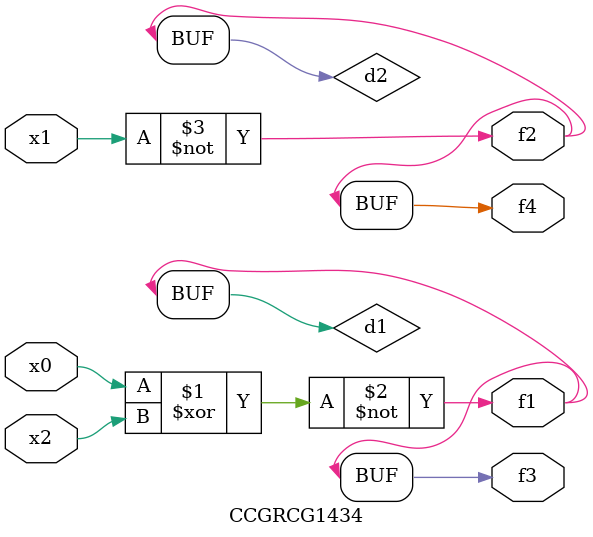
<source format=v>
module CCGRCG1434(
	input x0, x1, x2,
	output f1, f2, f3, f4
);

	wire d1, d2, d3;

	xnor (d1, x0, x2);
	nand (d2, x1);
	nor (d3, x1, x2);
	assign f1 = d1;
	assign f2 = d2;
	assign f3 = d1;
	assign f4 = d2;
endmodule

</source>
